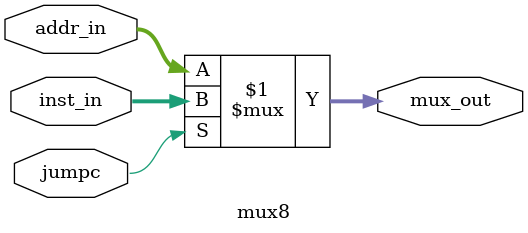
<source format=v>
module  mux8(
inst_in      , // Mux first input
addr_in      , // Mux Second input
jumpc           , // Select input
mux_out   // Mux output
);
//inputs
input [7:0] inst_in;
input [7:0] addr_in;
input jumpc;

//outputs
output wire [7:0] mux_out;


assign mux_out = (jumpc) ? inst_in : addr_in;

endmodule 
</source>
